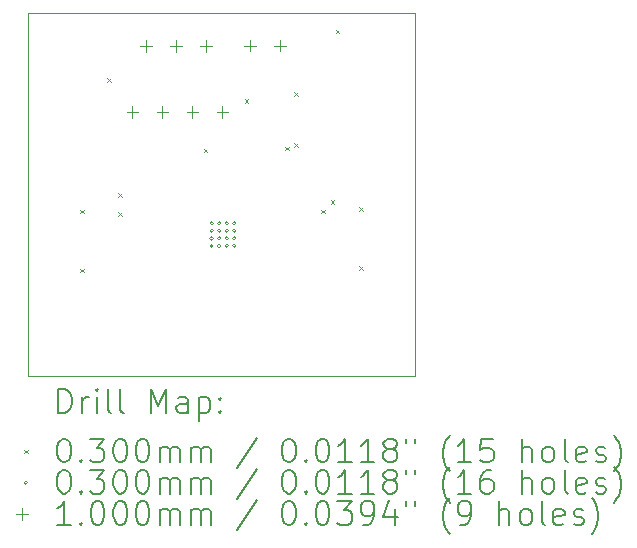
<source format=gbr>
%TF.GenerationSoftware,KiCad,Pcbnew,8.0.8*%
%TF.CreationDate,2025-02-12T15:11:35-05:00*%
%TF.ProjectId,pa-test-board,70612d74-6573-4742-9d62-6f6172642e6b,rev?*%
%TF.SameCoordinates,Original*%
%TF.FileFunction,Drillmap*%
%TF.FilePolarity,Positive*%
%FSLAX45Y45*%
G04 Gerber Fmt 4.5, Leading zero omitted, Abs format (unit mm)*
G04 Created by KiCad (PCBNEW 8.0.8) date 2025-02-12 15:11:35*
%MOMM*%
%LPD*%
G01*
G04 APERTURE LIST*
%ADD10C,0.050000*%
%ADD11C,0.200000*%
%ADD12C,0.100000*%
G04 APERTURE END LIST*
D10*
X13407745Y-9215000D02*
X16687745Y-9215000D01*
X16687745Y-12285000D01*
X13407745Y-12285000D01*
X13407745Y-9215000D01*
D11*
D12*
X13852745Y-10880000D02*
X13882745Y-10910000D01*
X13882745Y-10880000D02*
X13852745Y-10910000D01*
X13852745Y-11380000D02*
X13882745Y-11410000D01*
X13882745Y-11380000D02*
X13852745Y-11410000D01*
X14080255Y-9765000D02*
X14110255Y-9795000D01*
X14110255Y-9765000D02*
X14080255Y-9795000D01*
X14172745Y-10740000D02*
X14202745Y-10770000D01*
X14202745Y-10740000D02*
X14172745Y-10770000D01*
X14172745Y-10900000D02*
X14202745Y-10930000D01*
X14202745Y-10900000D02*
X14172745Y-10930000D01*
X14895000Y-10365000D02*
X14925000Y-10395000D01*
X14925000Y-10365000D02*
X14895000Y-10395000D01*
X15245000Y-9945000D02*
X15275000Y-9975000D01*
X15275000Y-9945000D02*
X15245000Y-9975000D01*
X15585000Y-10345000D02*
X15615000Y-10375000D01*
X15615000Y-10345000D02*
X15585000Y-10375000D01*
X15665000Y-9885000D02*
X15695000Y-9915000D01*
X15695000Y-9885000D02*
X15665000Y-9915000D01*
X15665000Y-10315000D02*
X15695000Y-10345000D01*
X15695000Y-10315000D02*
X15665000Y-10345000D01*
X15892745Y-10880000D02*
X15922745Y-10910000D01*
X15922745Y-10880000D02*
X15892745Y-10910000D01*
X15972745Y-10800000D02*
X16002745Y-10830000D01*
X16002745Y-10800000D02*
X15972745Y-10830000D01*
X16015000Y-9355000D02*
X16045000Y-9385000D01*
X16045000Y-9355000D02*
X16015000Y-9385000D01*
X16212745Y-10860000D02*
X16242745Y-10890000D01*
X16242745Y-10860000D02*
X16212745Y-10890000D01*
X16212745Y-11360000D02*
X16242745Y-11390000D01*
X16242745Y-11360000D02*
X16212745Y-11390000D01*
X14977745Y-10994000D02*
G75*
G02*
X14947745Y-10994000I-15000J0D01*
G01*
X14947745Y-10994000D02*
G75*
G02*
X14977745Y-10994000I15000J0D01*
G01*
X14977745Y-11058000D02*
G75*
G02*
X14947745Y-11058000I-15000J0D01*
G01*
X14947745Y-11058000D02*
G75*
G02*
X14977745Y-11058000I15000J0D01*
G01*
X14977745Y-11122000D02*
G75*
G02*
X14947745Y-11122000I-15000J0D01*
G01*
X14947745Y-11122000D02*
G75*
G02*
X14977745Y-11122000I15000J0D01*
G01*
X14977745Y-11186000D02*
G75*
G02*
X14947745Y-11186000I-15000J0D01*
G01*
X14947745Y-11186000D02*
G75*
G02*
X14977745Y-11186000I15000J0D01*
G01*
X15041745Y-10994000D02*
G75*
G02*
X15011745Y-10994000I-15000J0D01*
G01*
X15011745Y-10994000D02*
G75*
G02*
X15041745Y-10994000I15000J0D01*
G01*
X15041745Y-11058000D02*
G75*
G02*
X15011745Y-11058000I-15000J0D01*
G01*
X15011745Y-11058000D02*
G75*
G02*
X15041745Y-11058000I15000J0D01*
G01*
X15041745Y-11122000D02*
G75*
G02*
X15011745Y-11122000I-15000J0D01*
G01*
X15011745Y-11122000D02*
G75*
G02*
X15041745Y-11122000I15000J0D01*
G01*
X15041745Y-11186000D02*
G75*
G02*
X15011745Y-11186000I-15000J0D01*
G01*
X15011745Y-11186000D02*
G75*
G02*
X15041745Y-11186000I15000J0D01*
G01*
X15105745Y-10994000D02*
G75*
G02*
X15075745Y-10994000I-15000J0D01*
G01*
X15075745Y-10994000D02*
G75*
G02*
X15105745Y-10994000I15000J0D01*
G01*
X15105745Y-11058000D02*
G75*
G02*
X15075745Y-11058000I-15000J0D01*
G01*
X15075745Y-11058000D02*
G75*
G02*
X15105745Y-11058000I15000J0D01*
G01*
X15105745Y-11122000D02*
G75*
G02*
X15075745Y-11122000I-15000J0D01*
G01*
X15075745Y-11122000D02*
G75*
G02*
X15105745Y-11122000I15000J0D01*
G01*
X15105745Y-11186000D02*
G75*
G02*
X15075745Y-11186000I-15000J0D01*
G01*
X15075745Y-11186000D02*
G75*
G02*
X15105745Y-11186000I15000J0D01*
G01*
X15169745Y-10994000D02*
G75*
G02*
X15139745Y-10994000I-15000J0D01*
G01*
X15139745Y-10994000D02*
G75*
G02*
X15169745Y-10994000I15000J0D01*
G01*
X15169745Y-11058000D02*
G75*
G02*
X15139745Y-11058000I-15000J0D01*
G01*
X15139745Y-11058000D02*
G75*
G02*
X15169745Y-11058000I15000J0D01*
G01*
X15169745Y-11122000D02*
G75*
G02*
X15139745Y-11122000I-15000J0D01*
G01*
X15139745Y-11122000D02*
G75*
G02*
X15169745Y-11122000I15000J0D01*
G01*
X15169745Y-11186000D02*
G75*
G02*
X15139745Y-11186000I-15000J0D01*
G01*
X15139745Y-11186000D02*
G75*
G02*
X15169745Y-11186000I15000J0D01*
G01*
X14293255Y-10000000D02*
X14293255Y-10100000D01*
X14243255Y-10050000D02*
X14343255Y-10050000D01*
X14405000Y-9445000D02*
X14405000Y-9545000D01*
X14355000Y-9495000D02*
X14455000Y-9495000D01*
X14547255Y-10000000D02*
X14547255Y-10100000D01*
X14497255Y-10050000D02*
X14597255Y-10050000D01*
X14659000Y-9445000D02*
X14659000Y-9545000D01*
X14609000Y-9495000D02*
X14709000Y-9495000D01*
X14801255Y-10000000D02*
X14801255Y-10100000D01*
X14751255Y-10050000D02*
X14851255Y-10050000D01*
X14913000Y-9445000D02*
X14913000Y-9545000D01*
X14863000Y-9495000D02*
X14963000Y-9495000D01*
X15055255Y-10000000D02*
X15055255Y-10100000D01*
X15005255Y-10050000D02*
X15105255Y-10050000D01*
X15286000Y-9440000D02*
X15286000Y-9540000D01*
X15236000Y-9490000D02*
X15336000Y-9490000D01*
X15540000Y-9440000D02*
X15540000Y-9540000D01*
X15490000Y-9490000D02*
X15590000Y-9490000D01*
D11*
X13666022Y-12598984D02*
X13666022Y-12398984D01*
X13666022Y-12398984D02*
X13713641Y-12398984D01*
X13713641Y-12398984D02*
X13742212Y-12408508D01*
X13742212Y-12408508D02*
X13761260Y-12427555D01*
X13761260Y-12427555D02*
X13770784Y-12446603D01*
X13770784Y-12446603D02*
X13780307Y-12484698D01*
X13780307Y-12484698D02*
X13780307Y-12513269D01*
X13780307Y-12513269D02*
X13770784Y-12551365D01*
X13770784Y-12551365D02*
X13761260Y-12570412D01*
X13761260Y-12570412D02*
X13742212Y-12589460D01*
X13742212Y-12589460D02*
X13713641Y-12598984D01*
X13713641Y-12598984D02*
X13666022Y-12598984D01*
X13866022Y-12598984D02*
X13866022Y-12465650D01*
X13866022Y-12503746D02*
X13875546Y-12484698D01*
X13875546Y-12484698D02*
X13885069Y-12475174D01*
X13885069Y-12475174D02*
X13904117Y-12465650D01*
X13904117Y-12465650D02*
X13923165Y-12465650D01*
X13989831Y-12598984D02*
X13989831Y-12465650D01*
X13989831Y-12398984D02*
X13980307Y-12408508D01*
X13980307Y-12408508D02*
X13989831Y-12418031D01*
X13989831Y-12418031D02*
X13999355Y-12408508D01*
X13999355Y-12408508D02*
X13989831Y-12398984D01*
X13989831Y-12398984D02*
X13989831Y-12418031D01*
X14113641Y-12598984D02*
X14094593Y-12589460D01*
X14094593Y-12589460D02*
X14085069Y-12570412D01*
X14085069Y-12570412D02*
X14085069Y-12398984D01*
X14218403Y-12598984D02*
X14199355Y-12589460D01*
X14199355Y-12589460D02*
X14189831Y-12570412D01*
X14189831Y-12570412D02*
X14189831Y-12398984D01*
X14446974Y-12598984D02*
X14446974Y-12398984D01*
X14446974Y-12398984D02*
X14513641Y-12541841D01*
X14513641Y-12541841D02*
X14580307Y-12398984D01*
X14580307Y-12398984D02*
X14580307Y-12598984D01*
X14761260Y-12598984D02*
X14761260Y-12494222D01*
X14761260Y-12494222D02*
X14751736Y-12475174D01*
X14751736Y-12475174D02*
X14732688Y-12465650D01*
X14732688Y-12465650D02*
X14694593Y-12465650D01*
X14694593Y-12465650D02*
X14675546Y-12475174D01*
X14761260Y-12589460D02*
X14742212Y-12598984D01*
X14742212Y-12598984D02*
X14694593Y-12598984D01*
X14694593Y-12598984D02*
X14675546Y-12589460D01*
X14675546Y-12589460D02*
X14666022Y-12570412D01*
X14666022Y-12570412D02*
X14666022Y-12551365D01*
X14666022Y-12551365D02*
X14675546Y-12532317D01*
X14675546Y-12532317D02*
X14694593Y-12522793D01*
X14694593Y-12522793D02*
X14742212Y-12522793D01*
X14742212Y-12522793D02*
X14761260Y-12513269D01*
X14856498Y-12465650D02*
X14856498Y-12665650D01*
X14856498Y-12475174D02*
X14875546Y-12465650D01*
X14875546Y-12465650D02*
X14913641Y-12465650D01*
X14913641Y-12465650D02*
X14932688Y-12475174D01*
X14932688Y-12475174D02*
X14942212Y-12484698D01*
X14942212Y-12484698D02*
X14951736Y-12503746D01*
X14951736Y-12503746D02*
X14951736Y-12560888D01*
X14951736Y-12560888D02*
X14942212Y-12579936D01*
X14942212Y-12579936D02*
X14932688Y-12589460D01*
X14932688Y-12589460D02*
X14913641Y-12598984D01*
X14913641Y-12598984D02*
X14875546Y-12598984D01*
X14875546Y-12598984D02*
X14856498Y-12589460D01*
X15037450Y-12579936D02*
X15046974Y-12589460D01*
X15046974Y-12589460D02*
X15037450Y-12598984D01*
X15037450Y-12598984D02*
X15027927Y-12589460D01*
X15027927Y-12589460D02*
X15037450Y-12579936D01*
X15037450Y-12579936D02*
X15037450Y-12598984D01*
X15037450Y-12475174D02*
X15046974Y-12484698D01*
X15046974Y-12484698D02*
X15037450Y-12494222D01*
X15037450Y-12494222D02*
X15027927Y-12484698D01*
X15027927Y-12484698D02*
X15037450Y-12475174D01*
X15037450Y-12475174D02*
X15037450Y-12494222D01*
D12*
X13375245Y-12912500D02*
X13405245Y-12942500D01*
X13405245Y-12912500D02*
X13375245Y-12942500D01*
D11*
X13704117Y-12818984D02*
X13723165Y-12818984D01*
X13723165Y-12818984D02*
X13742212Y-12828508D01*
X13742212Y-12828508D02*
X13751736Y-12838031D01*
X13751736Y-12838031D02*
X13761260Y-12857079D01*
X13761260Y-12857079D02*
X13770784Y-12895174D01*
X13770784Y-12895174D02*
X13770784Y-12942793D01*
X13770784Y-12942793D02*
X13761260Y-12980888D01*
X13761260Y-12980888D02*
X13751736Y-12999936D01*
X13751736Y-12999936D02*
X13742212Y-13009460D01*
X13742212Y-13009460D02*
X13723165Y-13018984D01*
X13723165Y-13018984D02*
X13704117Y-13018984D01*
X13704117Y-13018984D02*
X13685069Y-13009460D01*
X13685069Y-13009460D02*
X13675546Y-12999936D01*
X13675546Y-12999936D02*
X13666022Y-12980888D01*
X13666022Y-12980888D02*
X13656498Y-12942793D01*
X13656498Y-12942793D02*
X13656498Y-12895174D01*
X13656498Y-12895174D02*
X13666022Y-12857079D01*
X13666022Y-12857079D02*
X13675546Y-12838031D01*
X13675546Y-12838031D02*
X13685069Y-12828508D01*
X13685069Y-12828508D02*
X13704117Y-12818984D01*
X13856498Y-12999936D02*
X13866022Y-13009460D01*
X13866022Y-13009460D02*
X13856498Y-13018984D01*
X13856498Y-13018984D02*
X13846974Y-13009460D01*
X13846974Y-13009460D02*
X13856498Y-12999936D01*
X13856498Y-12999936D02*
X13856498Y-13018984D01*
X13932688Y-12818984D02*
X14056498Y-12818984D01*
X14056498Y-12818984D02*
X13989831Y-12895174D01*
X13989831Y-12895174D02*
X14018403Y-12895174D01*
X14018403Y-12895174D02*
X14037450Y-12904698D01*
X14037450Y-12904698D02*
X14046974Y-12914222D01*
X14046974Y-12914222D02*
X14056498Y-12933269D01*
X14056498Y-12933269D02*
X14056498Y-12980888D01*
X14056498Y-12980888D02*
X14046974Y-12999936D01*
X14046974Y-12999936D02*
X14037450Y-13009460D01*
X14037450Y-13009460D02*
X14018403Y-13018984D01*
X14018403Y-13018984D02*
X13961260Y-13018984D01*
X13961260Y-13018984D02*
X13942212Y-13009460D01*
X13942212Y-13009460D02*
X13932688Y-12999936D01*
X14180307Y-12818984D02*
X14199355Y-12818984D01*
X14199355Y-12818984D02*
X14218403Y-12828508D01*
X14218403Y-12828508D02*
X14227927Y-12838031D01*
X14227927Y-12838031D02*
X14237450Y-12857079D01*
X14237450Y-12857079D02*
X14246974Y-12895174D01*
X14246974Y-12895174D02*
X14246974Y-12942793D01*
X14246974Y-12942793D02*
X14237450Y-12980888D01*
X14237450Y-12980888D02*
X14227927Y-12999936D01*
X14227927Y-12999936D02*
X14218403Y-13009460D01*
X14218403Y-13009460D02*
X14199355Y-13018984D01*
X14199355Y-13018984D02*
X14180307Y-13018984D01*
X14180307Y-13018984D02*
X14161260Y-13009460D01*
X14161260Y-13009460D02*
X14151736Y-12999936D01*
X14151736Y-12999936D02*
X14142212Y-12980888D01*
X14142212Y-12980888D02*
X14132688Y-12942793D01*
X14132688Y-12942793D02*
X14132688Y-12895174D01*
X14132688Y-12895174D02*
X14142212Y-12857079D01*
X14142212Y-12857079D02*
X14151736Y-12838031D01*
X14151736Y-12838031D02*
X14161260Y-12828508D01*
X14161260Y-12828508D02*
X14180307Y-12818984D01*
X14370784Y-12818984D02*
X14389831Y-12818984D01*
X14389831Y-12818984D02*
X14408879Y-12828508D01*
X14408879Y-12828508D02*
X14418403Y-12838031D01*
X14418403Y-12838031D02*
X14427927Y-12857079D01*
X14427927Y-12857079D02*
X14437450Y-12895174D01*
X14437450Y-12895174D02*
X14437450Y-12942793D01*
X14437450Y-12942793D02*
X14427927Y-12980888D01*
X14427927Y-12980888D02*
X14418403Y-12999936D01*
X14418403Y-12999936D02*
X14408879Y-13009460D01*
X14408879Y-13009460D02*
X14389831Y-13018984D01*
X14389831Y-13018984D02*
X14370784Y-13018984D01*
X14370784Y-13018984D02*
X14351736Y-13009460D01*
X14351736Y-13009460D02*
X14342212Y-12999936D01*
X14342212Y-12999936D02*
X14332688Y-12980888D01*
X14332688Y-12980888D02*
X14323165Y-12942793D01*
X14323165Y-12942793D02*
X14323165Y-12895174D01*
X14323165Y-12895174D02*
X14332688Y-12857079D01*
X14332688Y-12857079D02*
X14342212Y-12838031D01*
X14342212Y-12838031D02*
X14351736Y-12828508D01*
X14351736Y-12828508D02*
X14370784Y-12818984D01*
X14523165Y-13018984D02*
X14523165Y-12885650D01*
X14523165Y-12904698D02*
X14532688Y-12895174D01*
X14532688Y-12895174D02*
X14551736Y-12885650D01*
X14551736Y-12885650D02*
X14580308Y-12885650D01*
X14580308Y-12885650D02*
X14599355Y-12895174D01*
X14599355Y-12895174D02*
X14608879Y-12914222D01*
X14608879Y-12914222D02*
X14608879Y-13018984D01*
X14608879Y-12914222D02*
X14618403Y-12895174D01*
X14618403Y-12895174D02*
X14637450Y-12885650D01*
X14637450Y-12885650D02*
X14666022Y-12885650D01*
X14666022Y-12885650D02*
X14685069Y-12895174D01*
X14685069Y-12895174D02*
X14694593Y-12914222D01*
X14694593Y-12914222D02*
X14694593Y-13018984D01*
X14789831Y-13018984D02*
X14789831Y-12885650D01*
X14789831Y-12904698D02*
X14799355Y-12895174D01*
X14799355Y-12895174D02*
X14818403Y-12885650D01*
X14818403Y-12885650D02*
X14846974Y-12885650D01*
X14846974Y-12885650D02*
X14866022Y-12895174D01*
X14866022Y-12895174D02*
X14875546Y-12914222D01*
X14875546Y-12914222D02*
X14875546Y-13018984D01*
X14875546Y-12914222D02*
X14885069Y-12895174D01*
X14885069Y-12895174D02*
X14904117Y-12885650D01*
X14904117Y-12885650D02*
X14932688Y-12885650D01*
X14932688Y-12885650D02*
X14951736Y-12895174D01*
X14951736Y-12895174D02*
X14961260Y-12914222D01*
X14961260Y-12914222D02*
X14961260Y-13018984D01*
X15351736Y-12809460D02*
X15180308Y-13066603D01*
X15608879Y-12818984D02*
X15627927Y-12818984D01*
X15627927Y-12818984D02*
X15646974Y-12828508D01*
X15646974Y-12828508D02*
X15656498Y-12838031D01*
X15656498Y-12838031D02*
X15666022Y-12857079D01*
X15666022Y-12857079D02*
X15675546Y-12895174D01*
X15675546Y-12895174D02*
X15675546Y-12942793D01*
X15675546Y-12942793D02*
X15666022Y-12980888D01*
X15666022Y-12980888D02*
X15656498Y-12999936D01*
X15656498Y-12999936D02*
X15646974Y-13009460D01*
X15646974Y-13009460D02*
X15627927Y-13018984D01*
X15627927Y-13018984D02*
X15608879Y-13018984D01*
X15608879Y-13018984D02*
X15589831Y-13009460D01*
X15589831Y-13009460D02*
X15580308Y-12999936D01*
X15580308Y-12999936D02*
X15570784Y-12980888D01*
X15570784Y-12980888D02*
X15561260Y-12942793D01*
X15561260Y-12942793D02*
X15561260Y-12895174D01*
X15561260Y-12895174D02*
X15570784Y-12857079D01*
X15570784Y-12857079D02*
X15580308Y-12838031D01*
X15580308Y-12838031D02*
X15589831Y-12828508D01*
X15589831Y-12828508D02*
X15608879Y-12818984D01*
X15761260Y-12999936D02*
X15770784Y-13009460D01*
X15770784Y-13009460D02*
X15761260Y-13018984D01*
X15761260Y-13018984D02*
X15751736Y-13009460D01*
X15751736Y-13009460D02*
X15761260Y-12999936D01*
X15761260Y-12999936D02*
X15761260Y-13018984D01*
X15894593Y-12818984D02*
X15913641Y-12818984D01*
X15913641Y-12818984D02*
X15932689Y-12828508D01*
X15932689Y-12828508D02*
X15942212Y-12838031D01*
X15942212Y-12838031D02*
X15951736Y-12857079D01*
X15951736Y-12857079D02*
X15961260Y-12895174D01*
X15961260Y-12895174D02*
X15961260Y-12942793D01*
X15961260Y-12942793D02*
X15951736Y-12980888D01*
X15951736Y-12980888D02*
X15942212Y-12999936D01*
X15942212Y-12999936D02*
X15932689Y-13009460D01*
X15932689Y-13009460D02*
X15913641Y-13018984D01*
X15913641Y-13018984D02*
X15894593Y-13018984D01*
X15894593Y-13018984D02*
X15875546Y-13009460D01*
X15875546Y-13009460D02*
X15866022Y-12999936D01*
X15866022Y-12999936D02*
X15856498Y-12980888D01*
X15856498Y-12980888D02*
X15846974Y-12942793D01*
X15846974Y-12942793D02*
X15846974Y-12895174D01*
X15846974Y-12895174D02*
X15856498Y-12857079D01*
X15856498Y-12857079D02*
X15866022Y-12838031D01*
X15866022Y-12838031D02*
X15875546Y-12828508D01*
X15875546Y-12828508D02*
X15894593Y-12818984D01*
X16151736Y-13018984D02*
X16037451Y-13018984D01*
X16094593Y-13018984D02*
X16094593Y-12818984D01*
X16094593Y-12818984D02*
X16075546Y-12847555D01*
X16075546Y-12847555D02*
X16056498Y-12866603D01*
X16056498Y-12866603D02*
X16037451Y-12876127D01*
X16342212Y-13018984D02*
X16227927Y-13018984D01*
X16285070Y-13018984D02*
X16285070Y-12818984D01*
X16285070Y-12818984D02*
X16266022Y-12847555D01*
X16266022Y-12847555D02*
X16246974Y-12866603D01*
X16246974Y-12866603D02*
X16227927Y-12876127D01*
X16456498Y-12904698D02*
X16437451Y-12895174D01*
X16437451Y-12895174D02*
X16427927Y-12885650D01*
X16427927Y-12885650D02*
X16418403Y-12866603D01*
X16418403Y-12866603D02*
X16418403Y-12857079D01*
X16418403Y-12857079D02*
X16427927Y-12838031D01*
X16427927Y-12838031D02*
X16437451Y-12828508D01*
X16437451Y-12828508D02*
X16456498Y-12818984D01*
X16456498Y-12818984D02*
X16494593Y-12818984D01*
X16494593Y-12818984D02*
X16513641Y-12828508D01*
X16513641Y-12828508D02*
X16523165Y-12838031D01*
X16523165Y-12838031D02*
X16532689Y-12857079D01*
X16532689Y-12857079D02*
X16532689Y-12866603D01*
X16532689Y-12866603D02*
X16523165Y-12885650D01*
X16523165Y-12885650D02*
X16513641Y-12895174D01*
X16513641Y-12895174D02*
X16494593Y-12904698D01*
X16494593Y-12904698D02*
X16456498Y-12904698D01*
X16456498Y-12904698D02*
X16437451Y-12914222D01*
X16437451Y-12914222D02*
X16427927Y-12923746D01*
X16427927Y-12923746D02*
X16418403Y-12942793D01*
X16418403Y-12942793D02*
X16418403Y-12980888D01*
X16418403Y-12980888D02*
X16427927Y-12999936D01*
X16427927Y-12999936D02*
X16437451Y-13009460D01*
X16437451Y-13009460D02*
X16456498Y-13018984D01*
X16456498Y-13018984D02*
X16494593Y-13018984D01*
X16494593Y-13018984D02*
X16513641Y-13009460D01*
X16513641Y-13009460D02*
X16523165Y-12999936D01*
X16523165Y-12999936D02*
X16532689Y-12980888D01*
X16532689Y-12980888D02*
X16532689Y-12942793D01*
X16532689Y-12942793D02*
X16523165Y-12923746D01*
X16523165Y-12923746D02*
X16513641Y-12914222D01*
X16513641Y-12914222D02*
X16494593Y-12904698D01*
X16608879Y-12818984D02*
X16608879Y-12857079D01*
X16685070Y-12818984D02*
X16685070Y-12857079D01*
X16980308Y-13095174D02*
X16970784Y-13085650D01*
X16970784Y-13085650D02*
X16951736Y-13057079D01*
X16951736Y-13057079D02*
X16942213Y-13038031D01*
X16942213Y-13038031D02*
X16932689Y-13009460D01*
X16932689Y-13009460D02*
X16923165Y-12961841D01*
X16923165Y-12961841D02*
X16923165Y-12923746D01*
X16923165Y-12923746D02*
X16932689Y-12876127D01*
X16932689Y-12876127D02*
X16942213Y-12847555D01*
X16942213Y-12847555D02*
X16951736Y-12828508D01*
X16951736Y-12828508D02*
X16970784Y-12799936D01*
X16970784Y-12799936D02*
X16980308Y-12790412D01*
X17161260Y-13018984D02*
X17046975Y-13018984D01*
X17104117Y-13018984D02*
X17104117Y-12818984D01*
X17104117Y-12818984D02*
X17085070Y-12847555D01*
X17085070Y-12847555D02*
X17066022Y-12866603D01*
X17066022Y-12866603D02*
X17046975Y-12876127D01*
X17342213Y-12818984D02*
X17246975Y-12818984D01*
X17246975Y-12818984D02*
X17237451Y-12914222D01*
X17237451Y-12914222D02*
X17246975Y-12904698D01*
X17246975Y-12904698D02*
X17266022Y-12895174D01*
X17266022Y-12895174D02*
X17313641Y-12895174D01*
X17313641Y-12895174D02*
X17332689Y-12904698D01*
X17332689Y-12904698D02*
X17342213Y-12914222D01*
X17342213Y-12914222D02*
X17351736Y-12933269D01*
X17351736Y-12933269D02*
X17351736Y-12980888D01*
X17351736Y-12980888D02*
X17342213Y-12999936D01*
X17342213Y-12999936D02*
X17332689Y-13009460D01*
X17332689Y-13009460D02*
X17313641Y-13018984D01*
X17313641Y-13018984D02*
X17266022Y-13018984D01*
X17266022Y-13018984D02*
X17246975Y-13009460D01*
X17246975Y-13009460D02*
X17237451Y-12999936D01*
X17589832Y-13018984D02*
X17589832Y-12818984D01*
X17675546Y-13018984D02*
X17675546Y-12914222D01*
X17675546Y-12914222D02*
X17666022Y-12895174D01*
X17666022Y-12895174D02*
X17646975Y-12885650D01*
X17646975Y-12885650D02*
X17618403Y-12885650D01*
X17618403Y-12885650D02*
X17599356Y-12895174D01*
X17599356Y-12895174D02*
X17589832Y-12904698D01*
X17799356Y-13018984D02*
X17780308Y-13009460D01*
X17780308Y-13009460D02*
X17770784Y-12999936D01*
X17770784Y-12999936D02*
X17761260Y-12980888D01*
X17761260Y-12980888D02*
X17761260Y-12923746D01*
X17761260Y-12923746D02*
X17770784Y-12904698D01*
X17770784Y-12904698D02*
X17780308Y-12895174D01*
X17780308Y-12895174D02*
X17799356Y-12885650D01*
X17799356Y-12885650D02*
X17827927Y-12885650D01*
X17827927Y-12885650D02*
X17846975Y-12895174D01*
X17846975Y-12895174D02*
X17856498Y-12904698D01*
X17856498Y-12904698D02*
X17866022Y-12923746D01*
X17866022Y-12923746D02*
X17866022Y-12980888D01*
X17866022Y-12980888D02*
X17856498Y-12999936D01*
X17856498Y-12999936D02*
X17846975Y-13009460D01*
X17846975Y-13009460D02*
X17827927Y-13018984D01*
X17827927Y-13018984D02*
X17799356Y-13018984D01*
X17980308Y-13018984D02*
X17961260Y-13009460D01*
X17961260Y-13009460D02*
X17951737Y-12990412D01*
X17951737Y-12990412D02*
X17951737Y-12818984D01*
X18132689Y-13009460D02*
X18113641Y-13018984D01*
X18113641Y-13018984D02*
X18075546Y-13018984D01*
X18075546Y-13018984D02*
X18056498Y-13009460D01*
X18056498Y-13009460D02*
X18046975Y-12990412D01*
X18046975Y-12990412D02*
X18046975Y-12914222D01*
X18046975Y-12914222D02*
X18056498Y-12895174D01*
X18056498Y-12895174D02*
X18075546Y-12885650D01*
X18075546Y-12885650D02*
X18113641Y-12885650D01*
X18113641Y-12885650D02*
X18132689Y-12895174D01*
X18132689Y-12895174D02*
X18142213Y-12914222D01*
X18142213Y-12914222D02*
X18142213Y-12933269D01*
X18142213Y-12933269D02*
X18046975Y-12952317D01*
X18218403Y-13009460D02*
X18237451Y-13018984D01*
X18237451Y-13018984D02*
X18275546Y-13018984D01*
X18275546Y-13018984D02*
X18294594Y-13009460D01*
X18294594Y-13009460D02*
X18304118Y-12990412D01*
X18304118Y-12990412D02*
X18304118Y-12980888D01*
X18304118Y-12980888D02*
X18294594Y-12961841D01*
X18294594Y-12961841D02*
X18275546Y-12952317D01*
X18275546Y-12952317D02*
X18246975Y-12952317D01*
X18246975Y-12952317D02*
X18227927Y-12942793D01*
X18227927Y-12942793D02*
X18218403Y-12923746D01*
X18218403Y-12923746D02*
X18218403Y-12914222D01*
X18218403Y-12914222D02*
X18227927Y-12895174D01*
X18227927Y-12895174D02*
X18246975Y-12885650D01*
X18246975Y-12885650D02*
X18275546Y-12885650D01*
X18275546Y-12885650D02*
X18294594Y-12895174D01*
X18370784Y-13095174D02*
X18380308Y-13085650D01*
X18380308Y-13085650D02*
X18399356Y-13057079D01*
X18399356Y-13057079D02*
X18408879Y-13038031D01*
X18408879Y-13038031D02*
X18418403Y-13009460D01*
X18418403Y-13009460D02*
X18427927Y-12961841D01*
X18427927Y-12961841D02*
X18427927Y-12923746D01*
X18427927Y-12923746D02*
X18418403Y-12876127D01*
X18418403Y-12876127D02*
X18408879Y-12847555D01*
X18408879Y-12847555D02*
X18399356Y-12828508D01*
X18399356Y-12828508D02*
X18380308Y-12799936D01*
X18380308Y-12799936D02*
X18370784Y-12790412D01*
D12*
X13405245Y-13191500D02*
G75*
G02*
X13375245Y-13191500I-15000J0D01*
G01*
X13375245Y-13191500D02*
G75*
G02*
X13405245Y-13191500I15000J0D01*
G01*
D11*
X13704117Y-13082984D02*
X13723165Y-13082984D01*
X13723165Y-13082984D02*
X13742212Y-13092508D01*
X13742212Y-13092508D02*
X13751736Y-13102031D01*
X13751736Y-13102031D02*
X13761260Y-13121079D01*
X13761260Y-13121079D02*
X13770784Y-13159174D01*
X13770784Y-13159174D02*
X13770784Y-13206793D01*
X13770784Y-13206793D02*
X13761260Y-13244888D01*
X13761260Y-13244888D02*
X13751736Y-13263936D01*
X13751736Y-13263936D02*
X13742212Y-13273460D01*
X13742212Y-13273460D02*
X13723165Y-13282984D01*
X13723165Y-13282984D02*
X13704117Y-13282984D01*
X13704117Y-13282984D02*
X13685069Y-13273460D01*
X13685069Y-13273460D02*
X13675546Y-13263936D01*
X13675546Y-13263936D02*
X13666022Y-13244888D01*
X13666022Y-13244888D02*
X13656498Y-13206793D01*
X13656498Y-13206793D02*
X13656498Y-13159174D01*
X13656498Y-13159174D02*
X13666022Y-13121079D01*
X13666022Y-13121079D02*
X13675546Y-13102031D01*
X13675546Y-13102031D02*
X13685069Y-13092508D01*
X13685069Y-13092508D02*
X13704117Y-13082984D01*
X13856498Y-13263936D02*
X13866022Y-13273460D01*
X13866022Y-13273460D02*
X13856498Y-13282984D01*
X13856498Y-13282984D02*
X13846974Y-13273460D01*
X13846974Y-13273460D02*
X13856498Y-13263936D01*
X13856498Y-13263936D02*
X13856498Y-13282984D01*
X13932688Y-13082984D02*
X14056498Y-13082984D01*
X14056498Y-13082984D02*
X13989831Y-13159174D01*
X13989831Y-13159174D02*
X14018403Y-13159174D01*
X14018403Y-13159174D02*
X14037450Y-13168698D01*
X14037450Y-13168698D02*
X14046974Y-13178222D01*
X14046974Y-13178222D02*
X14056498Y-13197269D01*
X14056498Y-13197269D02*
X14056498Y-13244888D01*
X14056498Y-13244888D02*
X14046974Y-13263936D01*
X14046974Y-13263936D02*
X14037450Y-13273460D01*
X14037450Y-13273460D02*
X14018403Y-13282984D01*
X14018403Y-13282984D02*
X13961260Y-13282984D01*
X13961260Y-13282984D02*
X13942212Y-13273460D01*
X13942212Y-13273460D02*
X13932688Y-13263936D01*
X14180307Y-13082984D02*
X14199355Y-13082984D01*
X14199355Y-13082984D02*
X14218403Y-13092508D01*
X14218403Y-13092508D02*
X14227927Y-13102031D01*
X14227927Y-13102031D02*
X14237450Y-13121079D01*
X14237450Y-13121079D02*
X14246974Y-13159174D01*
X14246974Y-13159174D02*
X14246974Y-13206793D01*
X14246974Y-13206793D02*
X14237450Y-13244888D01*
X14237450Y-13244888D02*
X14227927Y-13263936D01*
X14227927Y-13263936D02*
X14218403Y-13273460D01*
X14218403Y-13273460D02*
X14199355Y-13282984D01*
X14199355Y-13282984D02*
X14180307Y-13282984D01*
X14180307Y-13282984D02*
X14161260Y-13273460D01*
X14161260Y-13273460D02*
X14151736Y-13263936D01*
X14151736Y-13263936D02*
X14142212Y-13244888D01*
X14142212Y-13244888D02*
X14132688Y-13206793D01*
X14132688Y-13206793D02*
X14132688Y-13159174D01*
X14132688Y-13159174D02*
X14142212Y-13121079D01*
X14142212Y-13121079D02*
X14151736Y-13102031D01*
X14151736Y-13102031D02*
X14161260Y-13092508D01*
X14161260Y-13092508D02*
X14180307Y-13082984D01*
X14370784Y-13082984D02*
X14389831Y-13082984D01*
X14389831Y-13082984D02*
X14408879Y-13092508D01*
X14408879Y-13092508D02*
X14418403Y-13102031D01*
X14418403Y-13102031D02*
X14427927Y-13121079D01*
X14427927Y-13121079D02*
X14437450Y-13159174D01*
X14437450Y-13159174D02*
X14437450Y-13206793D01*
X14437450Y-13206793D02*
X14427927Y-13244888D01*
X14427927Y-13244888D02*
X14418403Y-13263936D01*
X14418403Y-13263936D02*
X14408879Y-13273460D01*
X14408879Y-13273460D02*
X14389831Y-13282984D01*
X14389831Y-13282984D02*
X14370784Y-13282984D01*
X14370784Y-13282984D02*
X14351736Y-13273460D01*
X14351736Y-13273460D02*
X14342212Y-13263936D01*
X14342212Y-13263936D02*
X14332688Y-13244888D01*
X14332688Y-13244888D02*
X14323165Y-13206793D01*
X14323165Y-13206793D02*
X14323165Y-13159174D01*
X14323165Y-13159174D02*
X14332688Y-13121079D01*
X14332688Y-13121079D02*
X14342212Y-13102031D01*
X14342212Y-13102031D02*
X14351736Y-13092508D01*
X14351736Y-13092508D02*
X14370784Y-13082984D01*
X14523165Y-13282984D02*
X14523165Y-13149650D01*
X14523165Y-13168698D02*
X14532688Y-13159174D01*
X14532688Y-13159174D02*
X14551736Y-13149650D01*
X14551736Y-13149650D02*
X14580308Y-13149650D01*
X14580308Y-13149650D02*
X14599355Y-13159174D01*
X14599355Y-13159174D02*
X14608879Y-13178222D01*
X14608879Y-13178222D02*
X14608879Y-13282984D01*
X14608879Y-13178222D02*
X14618403Y-13159174D01*
X14618403Y-13159174D02*
X14637450Y-13149650D01*
X14637450Y-13149650D02*
X14666022Y-13149650D01*
X14666022Y-13149650D02*
X14685069Y-13159174D01*
X14685069Y-13159174D02*
X14694593Y-13178222D01*
X14694593Y-13178222D02*
X14694593Y-13282984D01*
X14789831Y-13282984D02*
X14789831Y-13149650D01*
X14789831Y-13168698D02*
X14799355Y-13159174D01*
X14799355Y-13159174D02*
X14818403Y-13149650D01*
X14818403Y-13149650D02*
X14846974Y-13149650D01*
X14846974Y-13149650D02*
X14866022Y-13159174D01*
X14866022Y-13159174D02*
X14875546Y-13178222D01*
X14875546Y-13178222D02*
X14875546Y-13282984D01*
X14875546Y-13178222D02*
X14885069Y-13159174D01*
X14885069Y-13159174D02*
X14904117Y-13149650D01*
X14904117Y-13149650D02*
X14932688Y-13149650D01*
X14932688Y-13149650D02*
X14951736Y-13159174D01*
X14951736Y-13159174D02*
X14961260Y-13178222D01*
X14961260Y-13178222D02*
X14961260Y-13282984D01*
X15351736Y-13073460D02*
X15180308Y-13330603D01*
X15608879Y-13082984D02*
X15627927Y-13082984D01*
X15627927Y-13082984D02*
X15646974Y-13092508D01*
X15646974Y-13092508D02*
X15656498Y-13102031D01*
X15656498Y-13102031D02*
X15666022Y-13121079D01*
X15666022Y-13121079D02*
X15675546Y-13159174D01*
X15675546Y-13159174D02*
X15675546Y-13206793D01*
X15675546Y-13206793D02*
X15666022Y-13244888D01*
X15666022Y-13244888D02*
X15656498Y-13263936D01*
X15656498Y-13263936D02*
X15646974Y-13273460D01*
X15646974Y-13273460D02*
X15627927Y-13282984D01*
X15627927Y-13282984D02*
X15608879Y-13282984D01*
X15608879Y-13282984D02*
X15589831Y-13273460D01*
X15589831Y-13273460D02*
X15580308Y-13263936D01*
X15580308Y-13263936D02*
X15570784Y-13244888D01*
X15570784Y-13244888D02*
X15561260Y-13206793D01*
X15561260Y-13206793D02*
X15561260Y-13159174D01*
X15561260Y-13159174D02*
X15570784Y-13121079D01*
X15570784Y-13121079D02*
X15580308Y-13102031D01*
X15580308Y-13102031D02*
X15589831Y-13092508D01*
X15589831Y-13092508D02*
X15608879Y-13082984D01*
X15761260Y-13263936D02*
X15770784Y-13273460D01*
X15770784Y-13273460D02*
X15761260Y-13282984D01*
X15761260Y-13282984D02*
X15751736Y-13273460D01*
X15751736Y-13273460D02*
X15761260Y-13263936D01*
X15761260Y-13263936D02*
X15761260Y-13282984D01*
X15894593Y-13082984D02*
X15913641Y-13082984D01*
X15913641Y-13082984D02*
X15932689Y-13092508D01*
X15932689Y-13092508D02*
X15942212Y-13102031D01*
X15942212Y-13102031D02*
X15951736Y-13121079D01*
X15951736Y-13121079D02*
X15961260Y-13159174D01*
X15961260Y-13159174D02*
X15961260Y-13206793D01*
X15961260Y-13206793D02*
X15951736Y-13244888D01*
X15951736Y-13244888D02*
X15942212Y-13263936D01*
X15942212Y-13263936D02*
X15932689Y-13273460D01*
X15932689Y-13273460D02*
X15913641Y-13282984D01*
X15913641Y-13282984D02*
X15894593Y-13282984D01*
X15894593Y-13282984D02*
X15875546Y-13273460D01*
X15875546Y-13273460D02*
X15866022Y-13263936D01*
X15866022Y-13263936D02*
X15856498Y-13244888D01*
X15856498Y-13244888D02*
X15846974Y-13206793D01*
X15846974Y-13206793D02*
X15846974Y-13159174D01*
X15846974Y-13159174D02*
X15856498Y-13121079D01*
X15856498Y-13121079D02*
X15866022Y-13102031D01*
X15866022Y-13102031D02*
X15875546Y-13092508D01*
X15875546Y-13092508D02*
X15894593Y-13082984D01*
X16151736Y-13282984D02*
X16037451Y-13282984D01*
X16094593Y-13282984D02*
X16094593Y-13082984D01*
X16094593Y-13082984D02*
X16075546Y-13111555D01*
X16075546Y-13111555D02*
X16056498Y-13130603D01*
X16056498Y-13130603D02*
X16037451Y-13140127D01*
X16342212Y-13282984D02*
X16227927Y-13282984D01*
X16285070Y-13282984D02*
X16285070Y-13082984D01*
X16285070Y-13082984D02*
X16266022Y-13111555D01*
X16266022Y-13111555D02*
X16246974Y-13130603D01*
X16246974Y-13130603D02*
X16227927Y-13140127D01*
X16456498Y-13168698D02*
X16437451Y-13159174D01*
X16437451Y-13159174D02*
X16427927Y-13149650D01*
X16427927Y-13149650D02*
X16418403Y-13130603D01*
X16418403Y-13130603D02*
X16418403Y-13121079D01*
X16418403Y-13121079D02*
X16427927Y-13102031D01*
X16427927Y-13102031D02*
X16437451Y-13092508D01*
X16437451Y-13092508D02*
X16456498Y-13082984D01*
X16456498Y-13082984D02*
X16494593Y-13082984D01*
X16494593Y-13082984D02*
X16513641Y-13092508D01*
X16513641Y-13092508D02*
X16523165Y-13102031D01*
X16523165Y-13102031D02*
X16532689Y-13121079D01*
X16532689Y-13121079D02*
X16532689Y-13130603D01*
X16532689Y-13130603D02*
X16523165Y-13149650D01*
X16523165Y-13149650D02*
X16513641Y-13159174D01*
X16513641Y-13159174D02*
X16494593Y-13168698D01*
X16494593Y-13168698D02*
X16456498Y-13168698D01*
X16456498Y-13168698D02*
X16437451Y-13178222D01*
X16437451Y-13178222D02*
X16427927Y-13187746D01*
X16427927Y-13187746D02*
X16418403Y-13206793D01*
X16418403Y-13206793D02*
X16418403Y-13244888D01*
X16418403Y-13244888D02*
X16427927Y-13263936D01*
X16427927Y-13263936D02*
X16437451Y-13273460D01*
X16437451Y-13273460D02*
X16456498Y-13282984D01*
X16456498Y-13282984D02*
X16494593Y-13282984D01*
X16494593Y-13282984D02*
X16513641Y-13273460D01*
X16513641Y-13273460D02*
X16523165Y-13263936D01*
X16523165Y-13263936D02*
X16532689Y-13244888D01*
X16532689Y-13244888D02*
X16532689Y-13206793D01*
X16532689Y-13206793D02*
X16523165Y-13187746D01*
X16523165Y-13187746D02*
X16513641Y-13178222D01*
X16513641Y-13178222D02*
X16494593Y-13168698D01*
X16608879Y-13082984D02*
X16608879Y-13121079D01*
X16685070Y-13082984D02*
X16685070Y-13121079D01*
X16980308Y-13359174D02*
X16970784Y-13349650D01*
X16970784Y-13349650D02*
X16951736Y-13321079D01*
X16951736Y-13321079D02*
X16942213Y-13302031D01*
X16942213Y-13302031D02*
X16932689Y-13273460D01*
X16932689Y-13273460D02*
X16923165Y-13225841D01*
X16923165Y-13225841D02*
X16923165Y-13187746D01*
X16923165Y-13187746D02*
X16932689Y-13140127D01*
X16932689Y-13140127D02*
X16942213Y-13111555D01*
X16942213Y-13111555D02*
X16951736Y-13092508D01*
X16951736Y-13092508D02*
X16970784Y-13063936D01*
X16970784Y-13063936D02*
X16980308Y-13054412D01*
X17161260Y-13282984D02*
X17046975Y-13282984D01*
X17104117Y-13282984D02*
X17104117Y-13082984D01*
X17104117Y-13082984D02*
X17085070Y-13111555D01*
X17085070Y-13111555D02*
X17066022Y-13130603D01*
X17066022Y-13130603D02*
X17046975Y-13140127D01*
X17332689Y-13082984D02*
X17294594Y-13082984D01*
X17294594Y-13082984D02*
X17275546Y-13092508D01*
X17275546Y-13092508D02*
X17266022Y-13102031D01*
X17266022Y-13102031D02*
X17246975Y-13130603D01*
X17246975Y-13130603D02*
X17237451Y-13168698D01*
X17237451Y-13168698D02*
X17237451Y-13244888D01*
X17237451Y-13244888D02*
X17246975Y-13263936D01*
X17246975Y-13263936D02*
X17256498Y-13273460D01*
X17256498Y-13273460D02*
X17275546Y-13282984D01*
X17275546Y-13282984D02*
X17313641Y-13282984D01*
X17313641Y-13282984D02*
X17332689Y-13273460D01*
X17332689Y-13273460D02*
X17342213Y-13263936D01*
X17342213Y-13263936D02*
X17351736Y-13244888D01*
X17351736Y-13244888D02*
X17351736Y-13197269D01*
X17351736Y-13197269D02*
X17342213Y-13178222D01*
X17342213Y-13178222D02*
X17332689Y-13168698D01*
X17332689Y-13168698D02*
X17313641Y-13159174D01*
X17313641Y-13159174D02*
X17275546Y-13159174D01*
X17275546Y-13159174D02*
X17256498Y-13168698D01*
X17256498Y-13168698D02*
X17246975Y-13178222D01*
X17246975Y-13178222D02*
X17237451Y-13197269D01*
X17589832Y-13282984D02*
X17589832Y-13082984D01*
X17675546Y-13282984D02*
X17675546Y-13178222D01*
X17675546Y-13178222D02*
X17666022Y-13159174D01*
X17666022Y-13159174D02*
X17646975Y-13149650D01*
X17646975Y-13149650D02*
X17618403Y-13149650D01*
X17618403Y-13149650D02*
X17599356Y-13159174D01*
X17599356Y-13159174D02*
X17589832Y-13168698D01*
X17799356Y-13282984D02*
X17780308Y-13273460D01*
X17780308Y-13273460D02*
X17770784Y-13263936D01*
X17770784Y-13263936D02*
X17761260Y-13244888D01*
X17761260Y-13244888D02*
X17761260Y-13187746D01*
X17761260Y-13187746D02*
X17770784Y-13168698D01*
X17770784Y-13168698D02*
X17780308Y-13159174D01*
X17780308Y-13159174D02*
X17799356Y-13149650D01*
X17799356Y-13149650D02*
X17827927Y-13149650D01*
X17827927Y-13149650D02*
X17846975Y-13159174D01*
X17846975Y-13159174D02*
X17856498Y-13168698D01*
X17856498Y-13168698D02*
X17866022Y-13187746D01*
X17866022Y-13187746D02*
X17866022Y-13244888D01*
X17866022Y-13244888D02*
X17856498Y-13263936D01*
X17856498Y-13263936D02*
X17846975Y-13273460D01*
X17846975Y-13273460D02*
X17827927Y-13282984D01*
X17827927Y-13282984D02*
X17799356Y-13282984D01*
X17980308Y-13282984D02*
X17961260Y-13273460D01*
X17961260Y-13273460D02*
X17951737Y-13254412D01*
X17951737Y-13254412D02*
X17951737Y-13082984D01*
X18132689Y-13273460D02*
X18113641Y-13282984D01*
X18113641Y-13282984D02*
X18075546Y-13282984D01*
X18075546Y-13282984D02*
X18056498Y-13273460D01*
X18056498Y-13273460D02*
X18046975Y-13254412D01*
X18046975Y-13254412D02*
X18046975Y-13178222D01*
X18046975Y-13178222D02*
X18056498Y-13159174D01*
X18056498Y-13159174D02*
X18075546Y-13149650D01*
X18075546Y-13149650D02*
X18113641Y-13149650D01*
X18113641Y-13149650D02*
X18132689Y-13159174D01*
X18132689Y-13159174D02*
X18142213Y-13178222D01*
X18142213Y-13178222D02*
X18142213Y-13197269D01*
X18142213Y-13197269D02*
X18046975Y-13216317D01*
X18218403Y-13273460D02*
X18237451Y-13282984D01*
X18237451Y-13282984D02*
X18275546Y-13282984D01*
X18275546Y-13282984D02*
X18294594Y-13273460D01*
X18294594Y-13273460D02*
X18304118Y-13254412D01*
X18304118Y-13254412D02*
X18304118Y-13244888D01*
X18304118Y-13244888D02*
X18294594Y-13225841D01*
X18294594Y-13225841D02*
X18275546Y-13216317D01*
X18275546Y-13216317D02*
X18246975Y-13216317D01*
X18246975Y-13216317D02*
X18227927Y-13206793D01*
X18227927Y-13206793D02*
X18218403Y-13187746D01*
X18218403Y-13187746D02*
X18218403Y-13178222D01*
X18218403Y-13178222D02*
X18227927Y-13159174D01*
X18227927Y-13159174D02*
X18246975Y-13149650D01*
X18246975Y-13149650D02*
X18275546Y-13149650D01*
X18275546Y-13149650D02*
X18294594Y-13159174D01*
X18370784Y-13359174D02*
X18380308Y-13349650D01*
X18380308Y-13349650D02*
X18399356Y-13321079D01*
X18399356Y-13321079D02*
X18408879Y-13302031D01*
X18408879Y-13302031D02*
X18418403Y-13273460D01*
X18418403Y-13273460D02*
X18427927Y-13225841D01*
X18427927Y-13225841D02*
X18427927Y-13187746D01*
X18427927Y-13187746D02*
X18418403Y-13140127D01*
X18418403Y-13140127D02*
X18408879Y-13111555D01*
X18408879Y-13111555D02*
X18399356Y-13092508D01*
X18399356Y-13092508D02*
X18380308Y-13063936D01*
X18380308Y-13063936D02*
X18370784Y-13054412D01*
D12*
X13355245Y-13405500D02*
X13355245Y-13505500D01*
X13305245Y-13455500D02*
X13405245Y-13455500D01*
D11*
X13770784Y-13546984D02*
X13656498Y-13546984D01*
X13713641Y-13546984D02*
X13713641Y-13346984D01*
X13713641Y-13346984D02*
X13694593Y-13375555D01*
X13694593Y-13375555D02*
X13675546Y-13394603D01*
X13675546Y-13394603D02*
X13656498Y-13404127D01*
X13856498Y-13527936D02*
X13866022Y-13537460D01*
X13866022Y-13537460D02*
X13856498Y-13546984D01*
X13856498Y-13546984D02*
X13846974Y-13537460D01*
X13846974Y-13537460D02*
X13856498Y-13527936D01*
X13856498Y-13527936D02*
X13856498Y-13546984D01*
X13989831Y-13346984D02*
X14008879Y-13346984D01*
X14008879Y-13346984D02*
X14027927Y-13356508D01*
X14027927Y-13356508D02*
X14037450Y-13366031D01*
X14037450Y-13366031D02*
X14046974Y-13385079D01*
X14046974Y-13385079D02*
X14056498Y-13423174D01*
X14056498Y-13423174D02*
X14056498Y-13470793D01*
X14056498Y-13470793D02*
X14046974Y-13508888D01*
X14046974Y-13508888D02*
X14037450Y-13527936D01*
X14037450Y-13527936D02*
X14027927Y-13537460D01*
X14027927Y-13537460D02*
X14008879Y-13546984D01*
X14008879Y-13546984D02*
X13989831Y-13546984D01*
X13989831Y-13546984D02*
X13970784Y-13537460D01*
X13970784Y-13537460D02*
X13961260Y-13527936D01*
X13961260Y-13527936D02*
X13951736Y-13508888D01*
X13951736Y-13508888D02*
X13942212Y-13470793D01*
X13942212Y-13470793D02*
X13942212Y-13423174D01*
X13942212Y-13423174D02*
X13951736Y-13385079D01*
X13951736Y-13385079D02*
X13961260Y-13366031D01*
X13961260Y-13366031D02*
X13970784Y-13356508D01*
X13970784Y-13356508D02*
X13989831Y-13346984D01*
X14180307Y-13346984D02*
X14199355Y-13346984D01*
X14199355Y-13346984D02*
X14218403Y-13356508D01*
X14218403Y-13356508D02*
X14227927Y-13366031D01*
X14227927Y-13366031D02*
X14237450Y-13385079D01*
X14237450Y-13385079D02*
X14246974Y-13423174D01*
X14246974Y-13423174D02*
X14246974Y-13470793D01*
X14246974Y-13470793D02*
X14237450Y-13508888D01*
X14237450Y-13508888D02*
X14227927Y-13527936D01*
X14227927Y-13527936D02*
X14218403Y-13537460D01*
X14218403Y-13537460D02*
X14199355Y-13546984D01*
X14199355Y-13546984D02*
X14180307Y-13546984D01*
X14180307Y-13546984D02*
X14161260Y-13537460D01*
X14161260Y-13537460D02*
X14151736Y-13527936D01*
X14151736Y-13527936D02*
X14142212Y-13508888D01*
X14142212Y-13508888D02*
X14132688Y-13470793D01*
X14132688Y-13470793D02*
X14132688Y-13423174D01*
X14132688Y-13423174D02*
X14142212Y-13385079D01*
X14142212Y-13385079D02*
X14151736Y-13366031D01*
X14151736Y-13366031D02*
X14161260Y-13356508D01*
X14161260Y-13356508D02*
X14180307Y-13346984D01*
X14370784Y-13346984D02*
X14389831Y-13346984D01*
X14389831Y-13346984D02*
X14408879Y-13356508D01*
X14408879Y-13356508D02*
X14418403Y-13366031D01*
X14418403Y-13366031D02*
X14427927Y-13385079D01*
X14427927Y-13385079D02*
X14437450Y-13423174D01*
X14437450Y-13423174D02*
X14437450Y-13470793D01*
X14437450Y-13470793D02*
X14427927Y-13508888D01*
X14427927Y-13508888D02*
X14418403Y-13527936D01*
X14418403Y-13527936D02*
X14408879Y-13537460D01*
X14408879Y-13537460D02*
X14389831Y-13546984D01*
X14389831Y-13546984D02*
X14370784Y-13546984D01*
X14370784Y-13546984D02*
X14351736Y-13537460D01*
X14351736Y-13537460D02*
X14342212Y-13527936D01*
X14342212Y-13527936D02*
X14332688Y-13508888D01*
X14332688Y-13508888D02*
X14323165Y-13470793D01*
X14323165Y-13470793D02*
X14323165Y-13423174D01*
X14323165Y-13423174D02*
X14332688Y-13385079D01*
X14332688Y-13385079D02*
X14342212Y-13366031D01*
X14342212Y-13366031D02*
X14351736Y-13356508D01*
X14351736Y-13356508D02*
X14370784Y-13346984D01*
X14523165Y-13546984D02*
X14523165Y-13413650D01*
X14523165Y-13432698D02*
X14532688Y-13423174D01*
X14532688Y-13423174D02*
X14551736Y-13413650D01*
X14551736Y-13413650D02*
X14580308Y-13413650D01*
X14580308Y-13413650D02*
X14599355Y-13423174D01*
X14599355Y-13423174D02*
X14608879Y-13442222D01*
X14608879Y-13442222D02*
X14608879Y-13546984D01*
X14608879Y-13442222D02*
X14618403Y-13423174D01*
X14618403Y-13423174D02*
X14637450Y-13413650D01*
X14637450Y-13413650D02*
X14666022Y-13413650D01*
X14666022Y-13413650D02*
X14685069Y-13423174D01*
X14685069Y-13423174D02*
X14694593Y-13442222D01*
X14694593Y-13442222D02*
X14694593Y-13546984D01*
X14789831Y-13546984D02*
X14789831Y-13413650D01*
X14789831Y-13432698D02*
X14799355Y-13423174D01*
X14799355Y-13423174D02*
X14818403Y-13413650D01*
X14818403Y-13413650D02*
X14846974Y-13413650D01*
X14846974Y-13413650D02*
X14866022Y-13423174D01*
X14866022Y-13423174D02*
X14875546Y-13442222D01*
X14875546Y-13442222D02*
X14875546Y-13546984D01*
X14875546Y-13442222D02*
X14885069Y-13423174D01*
X14885069Y-13423174D02*
X14904117Y-13413650D01*
X14904117Y-13413650D02*
X14932688Y-13413650D01*
X14932688Y-13413650D02*
X14951736Y-13423174D01*
X14951736Y-13423174D02*
X14961260Y-13442222D01*
X14961260Y-13442222D02*
X14961260Y-13546984D01*
X15351736Y-13337460D02*
X15180308Y-13594603D01*
X15608879Y-13346984D02*
X15627927Y-13346984D01*
X15627927Y-13346984D02*
X15646974Y-13356508D01*
X15646974Y-13356508D02*
X15656498Y-13366031D01*
X15656498Y-13366031D02*
X15666022Y-13385079D01*
X15666022Y-13385079D02*
X15675546Y-13423174D01*
X15675546Y-13423174D02*
X15675546Y-13470793D01*
X15675546Y-13470793D02*
X15666022Y-13508888D01*
X15666022Y-13508888D02*
X15656498Y-13527936D01*
X15656498Y-13527936D02*
X15646974Y-13537460D01*
X15646974Y-13537460D02*
X15627927Y-13546984D01*
X15627927Y-13546984D02*
X15608879Y-13546984D01*
X15608879Y-13546984D02*
X15589831Y-13537460D01*
X15589831Y-13537460D02*
X15580308Y-13527936D01*
X15580308Y-13527936D02*
X15570784Y-13508888D01*
X15570784Y-13508888D02*
X15561260Y-13470793D01*
X15561260Y-13470793D02*
X15561260Y-13423174D01*
X15561260Y-13423174D02*
X15570784Y-13385079D01*
X15570784Y-13385079D02*
X15580308Y-13366031D01*
X15580308Y-13366031D02*
X15589831Y-13356508D01*
X15589831Y-13356508D02*
X15608879Y-13346984D01*
X15761260Y-13527936D02*
X15770784Y-13537460D01*
X15770784Y-13537460D02*
X15761260Y-13546984D01*
X15761260Y-13546984D02*
X15751736Y-13537460D01*
X15751736Y-13537460D02*
X15761260Y-13527936D01*
X15761260Y-13527936D02*
X15761260Y-13546984D01*
X15894593Y-13346984D02*
X15913641Y-13346984D01*
X15913641Y-13346984D02*
X15932689Y-13356508D01*
X15932689Y-13356508D02*
X15942212Y-13366031D01*
X15942212Y-13366031D02*
X15951736Y-13385079D01*
X15951736Y-13385079D02*
X15961260Y-13423174D01*
X15961260Y-13423174D02*
X15961260Y-13470793D01*
X15961260Y-13470793D02*
X15951736Y-13508888D01*
X15951736Y-13508888D02*
X15942212Y-13527936D01*
X15942212Y-13527936D02*
X15932689Y-13537460D01*
X15932689Y-13537460D02*
X15913641Y-13546984D01*
X15913641Y-13546984D02*
X15894593Y-13546984D01*
X15894593Y-13546984D02*
X15875546Y-13537460D01*
X15875546Y-13537460D02*
X15866022Y-13527936D01*
X15866022Y-13527936D02*
X15856498Y-13508888D01*
X15856498Y-13508888D02*
X15846974Y-13470793D01*
X15846974Y-13470793D02*
X15846974Y-13423174D01*
X15846974Y-13423174D02*
X15856498Y-13385079D01*
X15856498Y-13385079D02*
X15866022Y-13366031D01*
X15866022Y-13366031D02*
X15875546Y-13356508D01*
X15875546Y-13356508D02*
X15894593Y-13346984D01*
X16027927Y-13346984D02*
X16151736Y-13346984D01*
X16151736Y-13346984D02*
X16085070Y-13423174D01*
X16085070Y-13423174D02*
X16113641Y-13423174D01*
X16113641Y-13423174D02*
X16132689Y-13432698D01*
X16132689Y-13432698D02*
X16142212Y-13442222D01*
X16142212Y-13442222D02*
X16151736Y-13461269D01*
X16151736Y-13461269D02*
X16151736Y-13508888D01*
X16151736Y-13508888D02*
X16142212Y-13527936D01*
X16142212Y-13527936D02*
X16132689Y-13537460D01*
X16132689Y-13537460D02*
X16113641Y-13546984D01*
X16113641Y-13546984D02*
X16056498Y-13546984D01*
X16056498Y-13546984D02*
X16037451Y-13537460D01*
X16037451Y-13537460D02*
X16027927Y-13527936D01*
X16246974Y-13546984D02*
X16285070Y-13546984D01*
X16285070Y-13546984D02*
X16304117Y-13537460D01*
X16304117Y-13537460D02*
X16313641Y-13527936D01*
X16313641Y-13527936D02*
X16332689Y-13499365D01*
X16332689Y-13499365D02*
X16342212Y-13461269D01*
X16342212Y-13461269D02*
X16342212Y-13385079D01*
X16342212Y-13385079D02*
X16332689Y-13366031D01*
X16332689Y-13366031D02*
X16323165Y-13356508D01*
X16323165Y-13356508D02*
X16304117Y-13346984D01*
X16304117Y-13346984D02*
X16266022Y-13346984D01*
X16266022Y-13346984D02*
X16246974Y-13356508D01*
X16246974Y-13356508D02*
X16237451Y-13366031D01*
X16237451Y-13366031D02*
X16227927Y-13385079D01*
X16227927Y-13385079D02*
X16227927Y-13432698D01*
X16227927Y-13432698D02*
X16237451Y-13451746D01*
X16237451Y-13451746D02*
X16246974Y-13461269D01*
X16246974Y-13461269D02*
X16266022Y-13470793D01*
X16266022Y-13470793D02*
X16304117Y-13470793D01*
X16304117Y-13470793D02*
X16323165Y-13461269D01*
X16323165Y-13461269D02*
X16332689Y-13451746D01*
X16332689Y-13451746D02*
X16342212Y-13432698D01*
X16513641Y-13413650D02*
X16513641Y-13546984D01*
X16466022Y-13337460D02*
X16418403Y-13480317D01*
X16418403Y-13480317D02*
X16542212Y-13480317D01*
X16608879Y-13346984D02*
X16608879Y-13385079D01*
X16685070Y-13346984D02*
X16685070Y-13385079D01*
X16980308Y-13623174D02*
X16970784Y-13613650D01*
X16970784Y-13613650D02*
X16951736Y-13585079D01*
X16951736Y-13585079D02*
X16942213Y-13566031D01*
X16942213Y-13566031D02*
X16932689Y-13537460D01*
X16932689Y-13537460D02*
X16923165Y-13489841D01*
X16923165Y-13489841D02*
X16923165Y-13451746D01*
X16923165Y-13451746D02*
X16932689Y-13404127D01*
X16932689Y-13404127D02*
X16942213Y-13375555D01*
X16942213Y-13375555D02*
X16951736Y-13356508D01*
X16951736Y-13356508D02*
X16970784Y-13327936D01*
X16970784Y-13327936D02*
X16980308Y-13318412D01*
X17066022Y-13546984D02*
X17104117Y-13546984D01*
X17104117Y-13546984D02*
X17123165Y-13537460D01*
X17123165Y-13537460D02*
X17132689Y-13527936D01*
X17132689Y-13527936D02*
X17151736Y-13499365D01*
X17151736Y-13499365D02*
X17161260Y-13461269D01*
X17161260Y-13461269D02*
X17161260Y-13385079D01*
X17161260Y-13385079D02*
X17151736Y-13366031D01*
X17151736Y-13366031D02*
X17142213Y-13356508D01*
X17142213Y-13356508D02*
X17123165Y-13346984D01*
X17123165Y-13346984D02*
X17085070Y-13346984D01*
X17085070Y-13346984D02*
X17066022Y-13356508D01*
X17066022Y-13356508D02*
X17056498Y-13366031D01*
X17056498Y-13366031D02*
X17046975Y-13385079D01*
X17046975Y-13385079D02*
X17046975Y-13432698D01*
X17046975Y-13432698D02*
X17056498Y-13451746D01*
X17056498Y-13451746D02*
X17066022Y-13461269D01*
X17066022Y-13461269D02*
X17085070Y-13470793D01*
X17085070Y-13470793D02*
X17123165Y-13470793D01*
X17123165Y-13470793D02*
X17142213Y-13461269D01*
X17142213Y-13461269D02*
X17151736Y-13451746D01*
X17151736Y-13451746D02*
X17161260Y-13432698D01*
X17399356Y-13546984D02*
X17399356Y-13346984D01*
X17485070Y-13546984D02*
X17485070Y-13442222D01*
X17485070Y-13442222D02*
X17475546Y-13423174D01*
X17475546Y-13423174D02*
X17456498Y-13413650D01*
X17456498Y-13413650D02*
X17427927Y-13413650D01*
X17427927Y-13413650D02*
X17408879Y-13423174D01*
X17408879Y-13423174D02*
X17399356Y-13432698D01*
X17608879Y-13546984D02*
X17589832Y-13537460D01*
X17589832Y-13537460D02*
X17580308Y-13527936D01*
X17580308Y-13527936D02*
X17570784Y-13508888D01*
X17570784Y-13508888D02*
X17570784Y-13451746D01*
X17570784Y-13451746D02*
X17580308Y-13432698D01*
X17580308Y-13432698D02*
X17589832Y-13423174D01*
X17589832Y-13423174D02*
X17608879Y-13413650D01*
X17608879Y-13413650D02*
X17637451Y-13413650D01*
X17637451Y-13413650D02*
X17656498Y-13423174D01*
X17656498Y-13423174D02*
X17666022Y-13432698D01*
X17666022Y-13432698D02*
X17675546Y-13451746D01*
X17675546Y-13451746D02*
X17675546Y-13508888D01*
X17675546Y-13508888D02*
X17666022Y-13527936D01*
X17666022Y-13527936D02*
X17656498Y-13537460D01*
X17656498Y-13537460D02*
X17637451Y-13546984D01*
X17637451Y-13546984D02*
X17608879Y-13546984D01*
X17789832Y-13546984D02*
X17770784Y-13537460D01*
X17770784Y-13537460D02*
X17761260Y-13518412D01*
X17761260Y-13518412D02*
X17761260Y-13346984D01*
X17942213Y-13537460D02*
X17923165Y-13546984D01*
X17923165Y-13546984D02*
X17885070Y-13546984D01*
X17885070Y-13546984D02*
X17866022Y-13537460D01*
X17866022Y-13537460D02*
X17856498Y-13518412D01*
X17856498Y-13518412D02*
X17856498Y-13442222D01*
X17856498Y-13442222D02*
X17866022Y-13423174D01*
X17866022Y-13423174D02*
X17885070Y-13413650D01*
X17885070Y-13413650D02*
X17923165Y-13413650D01*
X17923165Y-13413650D02*
X17942213Y-13423174D01*
X17942213Y-13423174D02*
X17951737Y-13442222D01*
X17951737Y-13442222D02*
X17951737Y-13461269D01*
X17951737Y-13461269D02*
X17856498Y-13480317D01*
X18027927Y-13537460D02*
X18046975Y-13546984D01*
X18046975Y-13546984D02*
X18085070Y-13546984D01*
X18085070Y-13546984D02*
X18104118Y-13537460D01*
X18104118Y-13537460D02*
X18113641Y-13518412D01*
X18113641Y-13518412D02*
X18113641Y-13508888D01*
X18113641Y-13508888D02*
X18104118Y-13489841D01*
X18104118Y-13489841D02*
X18085070Y-13480317D01*
X18085070Y-13480317D02*
X18056498Y-13480317D01*
X18056498Y-13480317D02*
X18037451Y-13470793D01*
X18037451Y-13470793D02*
X18027927Y-13451746D01*
X18027927Y-13451746D02*
X18027927Y-13442222D01*
X18027927Y-13442222D02*
X18037451Y-13423174D01*
X18037451Y-13423174D02*
X18056498Y-13413650D01*
X18056498Y-13413650D02*
X18085070Y-13413650D01*
X18085070Y-13413650D02*
X18104118Y-13423174D01*
X18180308Y-13623174D02*
X18189832Y-13613650D01*
X18189832Y-13613650D02*
X18208879Y-13585079D01*
X18208879Y-13585079D02*
X18218403Y-13566031D01*
X18218403Y-13566031D02*
X18227927Y-13537460D01*
X18227927Y-13537460D02*
X18237451Y-13489841D01*
X18237451Y-13489841D02*
X18237451Y-13451746D01*
X18237451Y-13451746D02*
X18227927Y-13404127D01*
X18227927Y-13404127D02*
X18218403Y-13375555D01*
X18218403Y-13375555D02*
X18208879Y-13356508D01*
X18208879Y-13356508D02*
X18189832Y-13327936D01*
X18189832Y-13327936D02*
X18180308Y-13318412D01*
M02*

</source>
